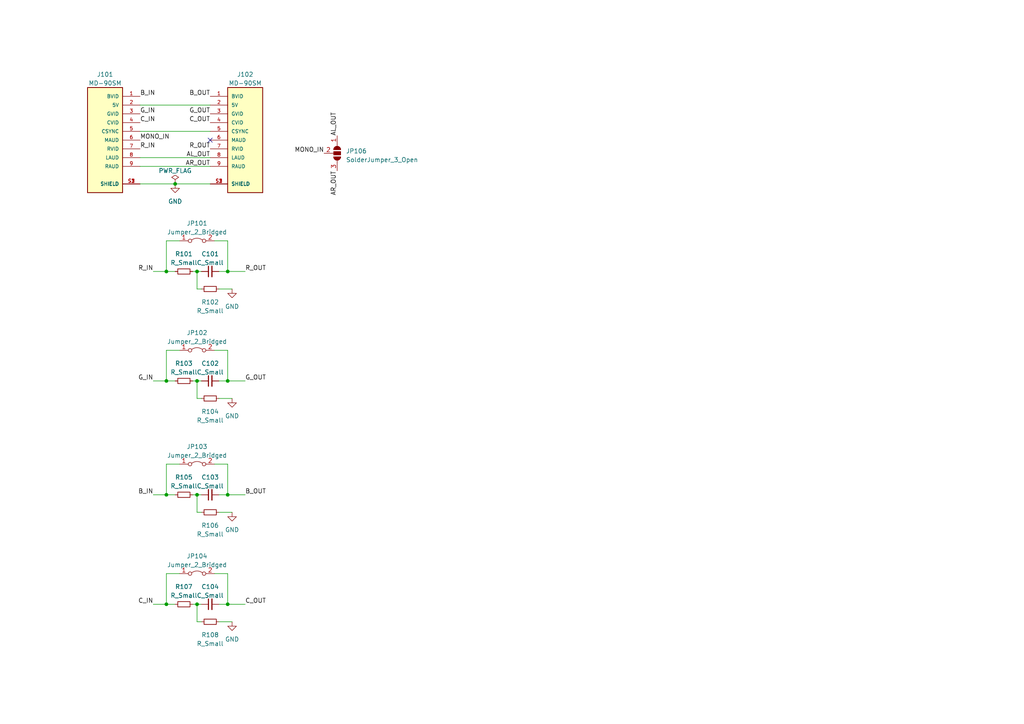
<source format=kicad_sch>
(kicad_sch (version 20230121) (generator eeschema)
  (paper "A4")
  (lib_symbols
    (symbol "Device:C_Small" (pin_numbers hide) (pin_names (offset 0.254) hide)
      (property "Reference" "C" (at 0.254 1.778 0))
      (property "Value" "C_Small" (at 0.254 -2.032 0))
      (symbol "C_Small_0_1"
        (polyline (pts (xy -1.524 -0.508) (xy 1.524 -0.508)) (stroke (width 0.3302)))
        (polyline (pts (xy -1.524 0.508) (xy 1.524 0.508)) (stroke (width 0.3048)))
      )
      (symbol "C_Small_1_1"
        (pin passive line (at 0 2.54 270) (length 2.032) (name "~") (number "1"))
        (pin passive line (at 0 -2.54 90) (length 2.032) (name "~") (number "2"))
      )
    )
    (symbol "Device:R_Small" (pin_numbers hide) (pin_names (offset 0.254) hide)
      (property "Reference" "R" (at 0.762 0.508 0))
      (property "Value" "R_Small" (at 0.762 -1.016 0))
      (symbol "R_Small_0_1"
        (rectangle (start -0.762 1.778) (end 0.762 -1.778) (stroke (width 0.2032)))
      )
      (symbol "R_Small_1_1"
        (pin passive line (at 0 2.54 270) (length 0.762) (name "~") (number "1"))
        (pin passive line (at 0 -2.54 90) (length 0.762) (name "~") (number "2"))
      )
    )
    (symbol "Jumper:Jumper_2_Bridged" (pin_names (offset 0) hide)
      (property "Reference" "JP" (at 0 1.905 0))
      (property "Value" "Jumper_2_Bridged" (at 0 -2.54 0))
      (symbol "Jumper_2_Bridged_0_0"
        (circle (center -2.032 0) (radius 0.508))
        (circle (center 2.032 0) (radius 0.508))
      )
      (symbol "Jumper_2_Bridged_0_1"
        (arc (start 1.524 0.254) (mid 0 0.762) (end -1.524 0.254))
      )
      (symbol "Jumper_2_Bridged_1_1"
        (pin passive line (at -5.08 0 0) (length 2.54) (name "A") (number "1"))
        (pin passive line (at 5.08 0 180) (length 2.54) (name "B") (number "2"))
      )
    )
    (symbol "Jumper:SolderJumper_3_Open" (pin_names (offset 0) hide)
      (property "Reference" "JP" (at -2.54 -2.54 0))
      (property "Value" "SolderJumper_3_Open" (at 0 2.794 0))
      (symbol "SolderJumper_3_Open_0_1"
        (arc (start -1.016 1.016) (mid -2.0276 0) (end -1.016 -1.016))
        (arc (start -1.016 1.016) (mid -2.0276 0) (end -1.016 -1.016) (fill (type outline)))
        (rectangle (start -0.508 1.016) (end 0.508 -1.016) (fill (type outline)))
        (polyline (pts (xy -2.54 0) (xy -2.032 0)))
        (polyline (pts (xy -1.016 1.016) (xy -1.016 -1.016)))
        (polyline (pts (xy 0 -1.27) (xy 0 -1.016)))
        (polyline (pts (xy 1.016 1.016) (xy 1.016 -1.016)))
        (polyline (pts (xy 2.54 0) (xy 2.032 0)))
        (arc (start 1.016 -1.016) (mid 2.0276 0) (end 1.016 1.016))
        (arc (start 1.016 -1.016) (mid 2.0276 0) (end 1.016 1.016) (fill (type outline)))
      )
      (symbol "SolderJumper_3_Open_1_1"
        (pin passive line (at -5.08 0 0) (length 2.54) (name "A") (number "1"))
        (pin passive line (at 0 -3.81 90) (length 2.54) (name "C") (number "2"))
        (pin passive line (at 5.08 0 180) (length 2.54) (name "B") (number "3"))
      )
    )
    (symbol "REB-MD2:MD-90SM" (pin_names (offset 1.016))
      (property "Reference" "J" (at -5.08 16.002 0))
      (property "Value" "MD-90SM" (at -5.08 -17.78 0))
      (symbol "MD-90SM_0_0"
        (rectangle (start -5.08 15.24) (end 5.08 -15.24) (stroke (width 0.254)) (fill (type background)))
        (pin passive line (at -10.16 -12.7 0) (length 5.08) (name "SHIELD") (number "S1"))
        (pin passive line (at -10.16 -12.7 0) (length 5.08) (name "SHIELD") (number "S2"))
        (pin passive line (at -10.16 -12.7 0) (length 5.08) (name "SHIELD") (number "S3"))
      )
      (symbol "MD-90SM_1_0"
        (pin passive line (at -10.16 12.7 0) (length 5.08) (name "BVID") (number "1"))
        (pin passive line (at -10.16 10.16 0) (length 5.08) (name "5V") (number "2"))
        (pin passive line (at -10.16 7.62 0) (length 5.08) (name "GVID") (number "3"))
        (pin passive line (at -10.16 5.08 0) (length 5.08) (name "CVID") (number "4"))
        (pin passive line (at -10.16 2.54 0) (length 5.08) (name "CSYNC") (number "5"))
        (pin passive line (at -10.16 0 0) (length 5.08) (name "MAUD") (number "6"))
        (pin passive line (at -10.16 -2.54 0) (length 5.08) (name "RVID") (number "7"))
        (pin passive line (at -10.16 -5.08 0) (length 5.08) (name "LAUD") (number "8"))
        (pin passive line (at -10.16 -7.62 0) (length 5.08) (name "RAUD") (number "9"))
      )
    )
    (symbol "power:GND" (power) (pin_names (offset 0))
      (property "Value" "GND" (at 0 -3.81 0))
      (symbol "GND_0_1"
        (polyline (pts (xy 0 0) (xy 0 -1.27) (xy 1.27 -1.27) (xy 0 -2.54) (xy -1.27 -1.27) (xy 0 -1.27)))
      )
      (symbol "GND_1_1"
        (pin power_in line (at 0 0 270) (length 0) hide (name "GND") (number "1"))
      )
    )
    (symbol "power:PWR_FLAG" (power) (pin_numbers hide) (pin_names (offset 0) hide)
      (property "Value" "PWR_FLAG" (at 0 3.81 0))
      (symbol "PWR_FLAG_0_0"
        (pin power_out line (at 0 0 90) (length 0) (name "pwr") (number "1"))
      )
      (symbol "PWR_FLAG_0_1"
        (polyline (pts (xy 0 0) (xy 0 1.27) (xy -1.016 1.905) (xy 0 2.54) (xy 1.016 1.905) (xy 0 1.27)))
      )
    )
  )
  (junction (at 57.15 78.74))
  (junction (at 66.04 175.26))
  (junction (at 48.26 78.74))
  (junction (at 48.26 143.51))
  (junction (at 57.15 175.26))
  (junction (at 48.26 110.49))
  (junction (at 57.15 110.49))
  (junction (at 66.04 143.51))
  (junction (at 57.15 143.51))
  (junction (at 50.8 53.34))
  (junction (at 48.26 175.26))
  (junction (at 66.04 110.49))
  (junction (at 66.04 78.74))
  (no_connect (at 60.96 40.64))
  (wire (pts (xy 44.45 110.49) (xy 48.26 110.49)))
  (wire (pts (xy 63.5 83.82) (xy 67.31 83.82)))
  (wire (pts (xy 57.15 83.82) (xy 58.42 83.82)))
  (wire (pts (xy 62.23 69.85) (xy 66.04 69.85)))
  (wire (pts (xy 57.15 175.26) (xy 57.15 180.34)))
  (wire (pts (xy 44.45 78.74) (xy 48.26 78.74)))
  (wire (pts (xy 63.5 175.26) (xy 66.04 175.26)))
  (wire (pts (xy 57.15 110.49) (xy 57.15 115.57)))
  (wire (pts (xy 40.64 53.34) (xy 50.8 53.34)))
  (wire (pts (xy 63.5 78.74) (xy 66.04 78.74)))
  (wire (pts (xy 63.5 180.34) (xy 67.31 180.34)))
  (wire (pts (xy 48.26 143.51) (xy 50.8 143.51)))
  (wire (pts (xy 50.8 53.34) (xy 60.96 53.34)))
  (wire (pts (xy 44.45 143.51) (xy 48.26 143.51)))
  (wire (pts (xy 55.88 110.49) (xy 57.15 110.49)))
  (wire (pts (xy 55.88 78.74) (xy 57.15 78.74)))
  (wire (pts (xy 40.64 38.1) (xy 60.96 38.1)))
  (wire (pts (xy 40.64 30.48) (xy 60.96 30.48)))
  (wire (pts (xy 66.04 143.51) (xy 71.12 143.51)))
  (wire (pts (xy 57.15 110.49) (xy 58.42 110.49)))
  (wire (pts (xy 57.15 78.74) (xy 58.42 78.74)))
  (wire (pts (xy 66.04 69.85) (xy 66.04 78.74)))
  (wire (pts (xy 48.26 134.62) (xy 52.07 134.62)))
  (wire (pts (xy 66.04 78.74) (xy 71.12 78.74)))
  (wire (pts (xy 62.23 101.6) (xy 66.04 101.6)))
  (wire (pts (xy 48.26 78.74) (xy 50.8 78.74)))
  (wire (pts (xy 48.26 110.49) (xy 48.26 101.6)))
  (wire (pts (xy 57.15 180.34) (xy 58.42 180.34)))
  (wire (pts (xy 62.23 134.62) (xy 66.04 134.62)))
  (wire (pts (xy 66.04 175.26) (xy 71.12 175.26)))
  (wire (pts (xy 40.64 48.26) (xy 60.96 48.26)))
  (wire (pts (xy 57.15 143.51) (xy 57.15 148.59)))
  (wire (pts (xy 48.26 69.85) (xy 52.07 69.85)))
  (wire (pts (xy 48.26 101.6) (xy 52.07 101.6)))
  (wire (pts (xy 48.26 166.37) (xy 52.07 166.37)))
  (wire (pts (xy 48.26 143.51) (xy 48.26 134.62)))
  (wire (pts (xy 66.04 134.62) (xy 66.04 143.51)))
  (wire (pts (xy 40.64 45.72) (xy 60.96 45.72)))
  (wire (pts (xy 63.5 110.49) (xy 66.04 110.49)))
  (wire (pts (xy 57.15 115.57) (xy 58.42 115.57)))
  (wire (pts (xy 48.26 110.49) (xy 50.8 110.49)))
  (wire (pts (xy 63.5 115.57) (xy 67.31 115.57)))
  (wire (pts (xy 55.88 175.26) (xy 57.15 175.26)))
  (wire (pts (xy 44.45 175.26) (xy 48.26 175.26)))
  (wire (pts (xy 57.15 143.51) (xy 58.42 143.51)))
  (wire (pts (xy 57.15 175.26) (xy 58.42 175.26)))
  (wire (pts (xy 48.26 175.26) (xy 50.8 175.26)))
  (wire (pts (xy 48.26 175.26) (xy 48.26 166.37)))
  (wire (pts (xy 48.26 78.74) (xy 48.26 69.85)))
  (wire (pts (xy 66.04 101.6) (xy 66.04 110.49)))
  (wire (pts (xy 63.5 143.51) (xy 66.04 143.51)))
  (wire (pts (xy 63.5 148.59) (xy 67.31 148.59)))
  (wire (pts (xy 66.04 110.49) (xy 71.12 110.49)))
  (wire (pts (xy 62.23 166.37) (xy 66.04 166.37)))
  (wire (pts (xy 57.15 148.59) (xy 58.42 148.59)))
  (wire (pts (xy 57.15 78.74) (xy 57.15 83.82)))
  (wire (pts (xy 55.88 143.51) (xy 57.15 143.51)))
  (wire (pts (xy 66.04 166.37) (xy 66.04 175.26)))
  (label "C_IN" (at 40.64 35.56 0))
  (label "AR_OUT" (at 97.79 49.53 270))
  (label "B_IN" (at 44.45 143.51 180))
  (label "R_OUT" (at 71.12 78.74 0))
  (label "MONO_IN" (at 93.98 44.45 180))
  (label "B_IN" (at 40.64 27.94 0))
  (label "C_IN" (at 44.45 175.26 180))
  (label "C_OUT" (at 71.12 175.26 0))
  (label "AL_OUT" (at 60.96 45.72 180))
  (label "B_OUT" (at 71.12 143.51 0))
  (label "G_OUT" (at 60.96 33.02 180))
  (label "R_IN" (at 44.45 78.74 180))
  (label "AR_OUT" (at 60.96 48.26 180))
  (label "G_IN" (at 44.45 110.49 180))
  (label "MONO_IN" (at 40.64 40.64 0))
  (label "G_IN" (at 40.64 33.02 0))
  (label "G_OUT" (at 71.12 110.49 0))
  (label "AL_OUT" (at 97.79 39.37 90))
  (label "B_OUT" (at 60.96 27.94 180))
  (label "C_OUT" (at 60.96 35.56 180))
  (label "R_OUT" (at 60.96 43.18 180))
  (label "R_IN" (at 40.64 43.18 0))
  (symbol (lib_id "Device:R_Small") (at 60.96 115.57 270) (unit 1)
    (property "Reference" "R104" (at 60.96 119.38 90))
    (property "Value" "R_Small" (at 60.96 121.92 90))
    (property "Footprint" "Resistor_THT:R_Axial_DIN0309_L9.0mm_D3.2mm_P2.54mm_Vertical" (effects hide))
  )
  (symbol (lib_id "power:GND") (at 67.31 83.82 0) (unit 1)
    (property "Reference" "#PWR0101" (effects hide))
    (property "Value" "GND" (at 67.31 88.9 0))
  )
  (symbol (lib_id "REB-MD2:MD-90SM") (at 71.12 40.64 0) (unit 1)
    (property "Reference" "J102" (at 71.12 21.59 0))
    (property "Value" "MD-90SM" (at 71.12 24.13 0))
    (property "Footprint" "REB-MD2:CUI_MD-90SM" (effects hide))
    (property "STANDARD" "Manufacturer Recommendations" (effects hide))
    (property "MAXIMUM_PACKAGE_HEIGHT" "13.6 mm" (effects hide))
    (property "MANUFACTURER" "CUI" (effects hide))
    (property "PARTREV" "02/18/2022" (effects hide))
  )
  (symbol (lib_id "Device:C_Small") (at 60.96 110.49 90) (unit 1)
    (property "Reference" "C102" (at 60.9663 105.41 90))
    (property "Value" "C_Small" (at 60.9663 107.95 90))
    (property "Footprint" "Capacitor_THT:CP_Radial_D5.0mm_P2.50mm" (effects hide))
  )
  (symbol (lib_id "Device:C_Small") (at 60.96 78.74 90) (unit 1)
    (property "Reference" "C101" (at 60.9663 73.66 90))
    (property "Value" "C_Small" (at 60.9663 76.2 90))
    (property "Footprint" "Capacitor_THT:CP_Radial_D5.0mm_P2.50mm" (effects hide))
  )
  (symbol (lib_id "power:GND") (at 67.31 115.57 0) (unit 1)
    (property "Reference" "#PWR0102" (effects hide))
    (property "Value" "GND" (at 67.31 120.65 0))
  )
  (symbol (lib_id "Jumper:Jumper_2_Bridged") (at 57.15 101.6 0) (unit 1)
    (property "Reference" "JP102" (at 57.15 96.52 0))
    (property "Value" "Jumper_2_Bridged" (at 57.15 99.06 0))
    (property "Footprint" "Jumper:SolderJumper-2_P1.3mm_Open_RoundedPad1.0x1.5mm" (effects hide))
  )
  (symbol (lib_id "Jumper:SolderJumper_3_Open") (at 97.79 44.45 270) (unit 1)
    (property "Reference" "JP106" (at 100.33 43.815 90) (effects (justify left)))
    (property "Value" "SolderJumper_3_Open" (at 100.33 46.355 90) (effects (justify left)))
    (property "Footprint" "Jumper:SolderJumper-3_P1.3mm_Open_RoundedPad1.0x1.5mm" (effects hide))
  )
  (symbol (lib_id "power:GND") (at 67.31 148.59 0) (unit 1)
    (property "Reference" "#PWR0103" (effects hide))
    (property "Value" "GND" (at 67.31 153.67 0))
  )
  (symbol (lib_id "Device:R_Small") (at 53.34 110.49 90) (unit 1)
    (property "Reference" "R103" (at 53.34 105.41 90))
    (property "Value" "R_Small" (at 53.34 107.95 90))
    (property "Footprint" "Resistor_THT:R_Axial_DIN0309_L9.0mm_D3.2mm_P2.54mm_Vertical" (effects hide))
  )
  (symbol (lib_id "Jumper:Jumper_2_Bridged") (at 57.15 69.85 0) (unit 1)
    (property "Reference" "JP101" (at 57.15 64.77 0))
    (property "Value" "Jumper_2_Bridged" (at 57.15 67.31 0))
    (property "Footprint" "Jumper:SolderJumper-2_P1.3mm_Open_RoundedPad1.0x1.5mm" (effects hide))
  )
  (symbol (lib_id "Device:R_Small") (at 60.96 148.59 270) (unit 1)
    (property "Reference" "R106" (at 60.96 152.4 90))
    (property "Value" "R_Small" (at 60.96 154.94 90))
    (property "Footprint" "Resistor_THT:R_Axial_DIN0309_L9.0mm_D3.2mm_P2.54mm_Vertical" (effects hide))
  )
  (symbol (lib_id "power:GND") (at 50.8 53.34 0) (unit 1)
    (property "Reference" "#PWR0105" (effects hide))
    (property "Value" "GND" (at 50.8 58.42 0))
  )
  (symbol (lib_id "Device:C_Small") (at 60.96 143.51 90) (unit 1)
    (property "Reference" "C103" (at 60.9663 138.43 90))
    (property "Value" "C_Small" (at 60.9663 140.97 90))
    (property "Footprint" "Capacitor_THT:CP_Radial_D5.0mm_P2.50mm" (effects hide))
  )
  (symbol (lib_id "power:PWR_FLAG") (at 50.8 53.34 0) (unit 1)
    (property "Reference" "#FLG0101" (effects hide))
    (property "Value" "PWR_FLAG" (at 50.8 49.53 0))
  )
  (symbol (lib_id "Device:R_Small") (at 60.96 180.34 270) (unit 1)
    (property "Reference" "R108" (at 60.96 184.15 90))
    (property "Value" "R_Small" (at 60.96 186.69 90))
    (property "Footprint" "Resistor_THT:R_Axial_DIN0309_L9.0mm_D3.2mm_P2.54mm_Vertical" (effects hide))
  )
  (symbol (lib_id "Device:R_Small") (at 53.34 175.26 90) (unit 1)
    (property "Reference" "R107" (at 53.34 170.18 90))
    (property "Value" "R_Small" (at 53.34 172.72 90))
    (property "Footprint" "Resistor_THT:R_Axial_DIN0309_L9.0mm_D3.2mm_P2.54mm_Vertical" (effects hide))
  )
  (symbol (lib_id "Device:R_Small") (at 60.96 83.82 270) (unit 1)
    (property "Reference" "R102" (at 60.96 87.63 90))
    (property "Value" "R_Small" (at 60.96 90.17 90))
    (property "Footprint" "Resistor_THT:R_Axial_DIN0309_L9.0mm_D3.2mm_P2.54mm_Vertical" (effects hide))
  )
  (symbol (lib_id "Jumper:Jumper_2_Bridged") (at 57.15 134.62 0) (unit 1)
    (property "Reference" "JP103" (at 57.15 129.54 0))
    (property "Value" "Jumper_2_Bridged" (at 57.15 132.08 0))
    (property "Footprint" "Jumper:SolderJumper-2_P1.3mm_Open_RoundedPad1.0x1.5mm" (effects hide))
  )
  (symbol (lib_id "REB-MD2:MD-90SM") (at 30.48 40.64 0) (mirror y) (unit 1)
    (property "Reference" "J101" (at 30.48 21.59 0))
    (property "Value" "MD-90SM" (at 30.48 24.13 0))
    (property "Footprint" "REB-MD2:CUI_MD-90SM" (effects hide))
    (property "STANDARD" "Manufacturer Recommendations" (effects hide))
    (property "MAXIMUM_PACKAGE_HEIGHT" "13.6 mm" (effects hide))
    (property "MANUFACTURER" "CUI" (effects hide))
    (property "PARTREV" "02/18/2022" (effects hide))
  )
  (symbol (lib_id "Device:C_Small") (at 60.96 175.26 90) (unit 1)
    (property "Reference" "C104" (at 60.9663 170.18 90))
    (property "Value" "C_Small" (at 60.9663 172.72 90))
    (property "Footprint" "Capacitor_THT:CP_Radial_D5.0mm_P2.50mm" (effects hide))
  )
  (symbol (lib_id "Device:R_Small") (at 53.34 78.74 90) (unit 1)
    (property "Reference" "R101" (at 53.34 73.66 90))
    (property "Value" "R_Small" (at 53.34 76.2 90))
    (property "Footprint" "Resistor_THT:R_Axial_DIN0309_L9.0mm_D3.2mm_P2.54mm_Vertical" (effects hide))
  )
  (symbol (lib_id "Jumper:Jumper_2_Bridged") (at 57.15 166.37 0) (unit 1)
    (property "Reference" "JP104" (at 57.15 161.29 0))
    (property "Value" "Jumper_2_Bridged" (at 57.15 163.83 0))
    (property "Footprint" "Jumper:SolderJumper-2_P1.3mm_Open_RoundedPad1.0x1.5mm" (effects hide))
  )
  (symbol (lib_id "Device:R_Small") (at 53.34 143.51 90) (unit 1)
    (property "Reference" "R105" (at 53.34 138.43 90))
    (property "Value" "R_Small" (at 53.34 140.97 90))
    (property "Footprint" "Resistor_THT:R_Axial_DIN0309_L9.0mm_D3.2mm_P2.54mm_Vertical" (effects hide))
  )
  (symbol (lib_id "power:GND") (at 67.31 180.34 0) (unit 1)
    (property "Reference" "#PWR0104" (effects hide))
    (property "Value" "GND" (at 67.31 185.42 0))
  )
)
</source>
